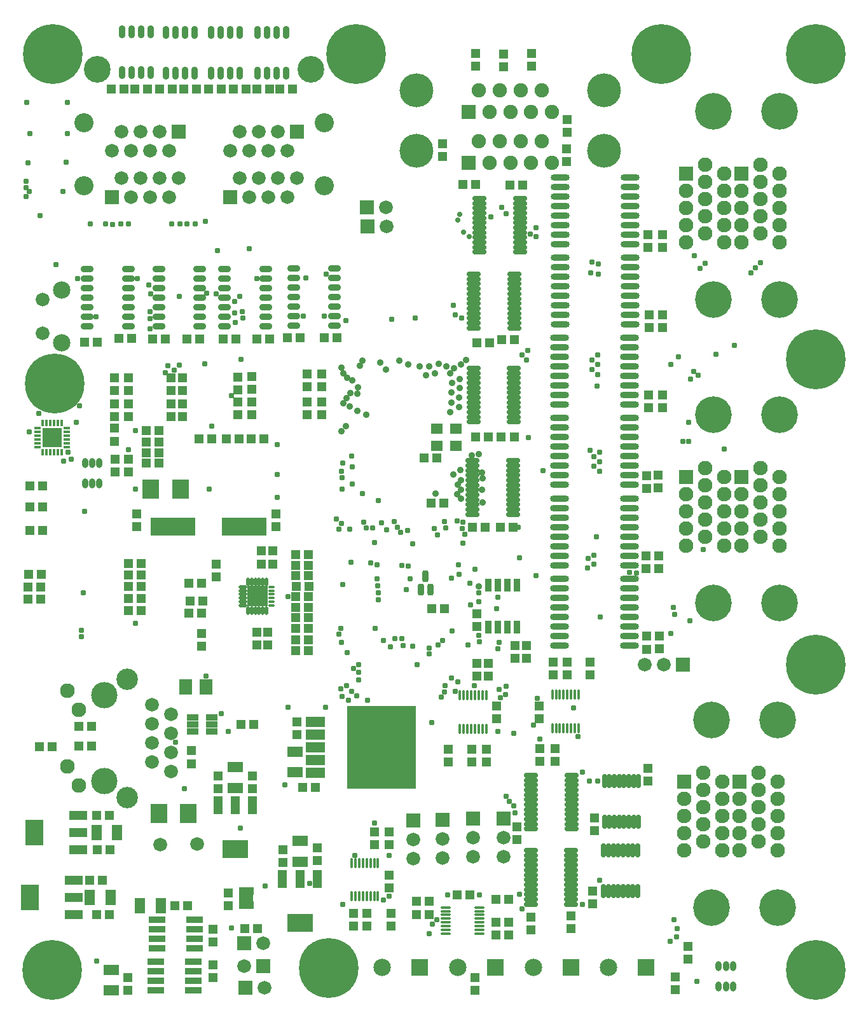
<source format=gbs>
G04*
G04 #@! TF.GenerationSoftware,Altium Limited,Altium Designer,20.1.8 (145)*
G04*
G04 Layer_Color=16711935*
%FSLAX25Y25*%
%MOIN*%
G70*
G04*
G04 #@! TF.SameCoordinates,B2AC8D30-3016-4A67-80AC-21C0F90DA472*
G04*
G04*
G04 #@! TF.FilePolarity,Negative*
G04*
G01*
G75*
%ADD19R,0.04940X0.04940*%
%ADD20R,0.04940X0.04940*%
%ADD27R,0.05728X0.07893*%
%ADD30R,0.07893X0.05728*%
%ADD31O,0.07499X0.02775*%
%ADD32O,0.03562X0.06909*%
%ADD40O,0.03562X0.05137*%
%ADD52C,0.09074*%
%ADD53R,0.09074X0.09074*%
%ADD54C,0.17735*%
%ADD55C,0.07200*%
%ADD56R,0.07200X0.07200*%
%ADD57R,0.07200X0.07200*%
%ADD58C,0.07600*%
%ADD59R,0.07600X0.07600*%
%ADD60C,0.19200*%
%ADD61C,0.07700*%
%ADD62C,0.13800*%
%ADD63C,0.11200*%
%ADD64C,0.13995*%
%ADD65C,0.10058*%
%ADD66C,0.07499*%
%ADD67R,0.07499X0.07499*%
%ADD68C,0.04200*%
%ADD69C,0.31200*%
%ADD70C,0.03100*%
%ADD71C,0.03600*%
%ADD72C,0.02900*%
%ADD73C,0.03169*%
%ADD158R,0.06712X0.08365*%
%ADD159R,0.08700X0.10200*%
%ADD160R,0.08956X0.03562*%
%ADD161O,0.02184X0.04547*%
%ADD162O,0.03747X0.01384*%
%ADD163O,0.04547X0.02184*%
%ADD164R,0.11043X0.11043*%
%ADD165R,0.05924X0.03562*%
G04:AMPARAMS|DCode=166|XSize=62.79mil|YSize=31.69mil|CornerRadius=10.92mil|HoleSize=0mil|Usage=FLASHONLY|Rotation=90.000|XOffset=0mil|YOffset=0mil|HoleType=Round|Shape=RoundedRectangle|*
%AMROUNDEDRECTD166*
21,1,0.06279,0.00984,0,0,90.0*
21,1,0.04095,0.03169,0,0,90.0*
1,1,0.02184,0.00492,0.02047*
1,1,0.02184,0.00492,-0.02047*
1,1,0.02184,-0.00492,-0.02047*
1,1,0.02184,-0.00492,0.02047*
%
%ADD166ROUNDEDRECTD166*%
%ADD167R,0.05900X0.05500*%
%ADD168R,0.07499X0.03916*%
%ADD169R,0.02381X0.04350*%
%ADD170R,0.10200X0.05400*%
%ADD171R,0.36200X0.43200*%
%ADD172R,0.04743X0.09665*%
%ADD173R,0.13798X0.09665*%
%ADD174O,0.01400X0.05715*%
%ADD175O,0.05715X0.01400*%
%ADD176O,0.06909X0.03562*%
%ADD177O,0.03740X0.01575*%
%ADD178O,0.01575X0.03740*%
%ADD179R,0.10236X0.10236*%
%ADD180R,0.09665X0.13798*%
%ADD181R,0.09665X0.04743*%
%ADD182R,0.23247X0.09468*%
%ADD183R,0.03300X0.06800*%
%ADD184O,0.09861X0.03562*%
%ADD185O,0.02775X0.07499*%
D19*
X252853Y565600D02*
D03*
X259546D02*
D03*
X240854D02*
D03*
X247547D02*
D03*
X244847Y382500D02*
D03*
X238154D02*
D03*
X224920D02*
D03*
X231613D02*
D03*
X217446D02*
D03*
X210753D02*
D03*
X182941Y386800D02*
D03*
X189634D02*
D03*
X182941Y369595D02*
D03*
X189634D02*
D03*
Y380695D02*
D03*
X182941D02*
D03*
X212047Y291000D02*
D03*
X205353D02*
D03*
X212834Y297232D02*
D03*
X206141D02*
D03*
X212047Y306800D02*
D03*
X205353D02*
D03*
X268146Y316075D02*
D03*
X261454D02*
D03*
X268146Y321675D02*
D03*
X261454D02*
D03*
X268259Y305000D02*
D03*
X261566D02*
D03*
X268146Y288600D02*
D03*
X261454D02*
D03*
X268146Y282900D02*
D03*
X261454D02*
D03*
X268146Y277200D02*
D03*
X261454D02*
D03*
Y271500D02*
D03*
X268146D02*
D03*
Y294200D02*
D03*
X261454D02*
D03*
X268146Y310700D02*
D03*
X261454D02*
D03*
X239347Y232800D02*
D03*
X232653D02*
D03*
X268146Y299700D02*
D03*
X261454D02*
D03*
X147653Y221300D02*
D03*
X154347D02*
D03*
X147653Y231800D02*
D03*
X154347D02*
D03*
X133647Y221200D02*
D03*
X126953D02*
D03*
X339347Y293500D02*
D03*
X332653D02*
D03*
X328753Y372300D02*
D03*
X335447D02*
D03*
X241247Y125800D02*
D03*
X234554D02*
D03*
X265107Y199600D02*
D03*
X271800D02*
D03*
X156933Y185055D02*
D03*
X163626D02*
D03*
X345853Y143400D02*
D03*
X352547D02*
D03*
X373134Y141084D02*
D03*
X366441D02*
D03*
X324553Y132900D02*
D03*
X331246D02*
D03*
X324553Y139975D02*
D03*
X331246D02*
D03*
X373134Y128963D02*
D03*
X366441D02*
D03*
Y122384D02*
D03*
X373134D02*
D03*
X189634Y375200D02*
D03*
X182941D02*
D03*
X222446Y565600D02*
D03*
X215754D02*
D03*
X256997Y435500D02*
D03*
X263690D02*
D03*
X164118Y166945D02*
D03*
X157425D02*
D03*
X373753Y515500D02*
D03*
X380447D02*
D03*
X355646Y515700D02*
D03*
X348954D02*
D03*
X160067Y151055D02*
D03*
X153374D02*
D03*
X163709Y132945D02*
D03*
X157016D02*
D03*
X173641Y298800D02*
D03*
X180334D02*
D03*
X173641Y310900D02*
D03*
X180334D02*
D03*
X173641Y292500D02*
D03*
X180334D02*
D03*
X173641Y317200D02*
D03*
X180334D02*
D03*
Y305000D02*
D03*
X173641D02*
D03*
X128559Y334500D02*
D03*
X121866D02*
D03*
X128559Y346700D02*
D03*
X121866D02*
D03*
X128572Y357722D02*
D03*
X121879D02*
D03*
X121054Y298400D02*
D03*
X127746D02*
D03*
X121254Y311300D02*
D03*
X127946D02*
D03*
X121066Y304700D02*
D03*
X127759D02*
D03*
X204546Y137600D02*
D03*
X197854D02*
D03*
X369337Y434275D02*
D03*
X376030D02*
D03*
X356353Y432800D02*
D03*
X363047D02*
D03*
X332341Y348775D02*
D03*
X339034D02*
D03*
X362359Y383400D02*
D03*
X355666D02*
D03*
X375859D02*
D03*
X369166D02*
D03*
X360833Y335975D02*
D03*
X354140D02*
D03*
X375400D02*
D03*
X368707D02*
D03*
X168553Y435200D02*
D03*
X175247D02*
D03*
X204453Y434721D02*
D03*
X211146D02*
D03*
X150753Y433100D02*
D03*
X157447D02*
D03*
X186225Y434721D02*
D03*
X192918D02*
D03*
X230133Y434700D02*
D03*
X223440D02*
D03*
X247547D02*
D03*
X240854D02*
D03*
X282946Y435500D02*
D03*
X276254D02*
D03*
X171247Y565600D02*
D03*
X164553D02*
D03*
X202554D02*
D03*
X209246D02*
D03*
X228554D02*
D03*
X235246D02*
D03*
X190053D02*
D03*
X196747D02*
D03*
X177053D02*
D03*
X183747D02*
D03*
D20*
X405800Y125854D02*
D03*
Y132546D02*
D03*
X250900Y336454D02*
D03*
Y343146D02*
D03*
X246800Y274254D02*
D03*
Y280946D02*
D03*
X240863D02*
D03*
Y274254D02*
D03*
X212047Y273604D02*
D03*
Y280296D02*
D03*
X219800Y310053D02*
D03*
Y316746D02*
D03*
X206654Y212195D02*
D03*
Y218888D02*
D03*
X356200Y290724D02*
D03*
Y284032D02*
D03*
X226100Y137554D02*
D03*
Y144246D02*
D03*
X262000Y234146D02*
D03*
Y227453D02*
D03*
X254800Y160453D02*
D03*
Y167147D02*
D03*
X272628Y161241D02*
D03*
Y167934D02*
D03*
X220618Y205859D02*
D03*
Y199166D02*
D03*
X388935Y242247D02*
D03*
Y235554D02*
D03*
X366568Y242547D02*
D03*
Y235854D02*
D03*
X310200Y153847D02*
D03*
Y147153D02*
D03*
X195875Y394066D02*
D03*
Y400759D02*
D03*
X201875Y394066D02*
D03*
Y400759D02*
D03*
X195875Y407566D02*
D03*
Y414259D02*
D03*
X201875D02*
D03*
Y407566D02*
D03*
X267400Y416434D02*
D03*
Y409741D02*
D03*
X274900Y416434D02*
D03*
Y409741D02*
D03*
Y401780D02*
D03*
Y395087D02*
D03*
X267400D02*
D03*
Y401780D02*
D03*
X238300Y395041D02*
D03*
Y401734D02*
D03*
X231000Y395041D02*
D03*
Y401734D02*
D03*
X173775Y394141D02*
D03*
Y400834D02*
D03*
X166275Y414546D02*
D03*
Y407854D02*
D03*
Y394141D02*
D03*
Y400834D02*
D03*
X173775Y414546D02*
D03*
Y407854D02*
D03*
X231100Y414834D02*
D03*
Y408141D02*
D03*
X238200Y414934D02*
D03*
Y408241D02*
D03*
X338500Y537147D02*
D03*
Y530453D02*
D03*
X177900Y343146D02*
D03*
Y336454D02*
D03*
X243365Y316869D02*
D03*
Y323562D02*
D03*
X249468Y316869D02*
D03*
Y323562D02*
D03*
X166275Y381207D02*
D03*
Y387900D02*
D03*
X166800Y371659D02*
D03*
Y364966D02*
D03*
X173800Y371659D02*
D03*
Y364966D02*
D03*
X218100Y100054D02*
D03*
Y106746D02*
D03*
Y125446D02*
D03*
Y118754D02*
D03*
X173400Y93353D02*
D03*
Y100047D02*
D03*
X376200Y267354D02*
D03*
Y274046D02*
D03*
X382200Y267354D02*
D03*
Y274046D02*
D03*
X445900Y482553D02*
D03*
Y489247D02*
D03*
X451800Y314253D02*
D03*
Y320947D02*
D03*
X445100Y314253D02*
D03*
Y320947D02*
D03*
X453800Y482553D02*
D03*
Y489247D02*
D03*
X466900Y116446D02*
D03*
Y109754D02*
D03*
X355200Y99946D02*
D03*
Y93253D02*
D03*
X460300Y100347D02*
D03*
Y93654D02*
D03*
X453600Y447346D02*
D03*
Y440654D02*
D03*
X445300Y363146D02*
D03*
Y356453D02*
D03*
Y278900D02*
D03*
Y272207D02*
D03*
X451400Y363246D02*
D03*
Y356554D02*
D03*
X452000Y279034D02*
D03*
Y272341D02*
D03*
X446200Y405346D02*
D03*
Y398654D02*
D03*
X453700Y405346D02*
D03*
Y398654D02*
D03*
X446600Y447359D02*
D03*
Y440666D02*
D03*
X418125Y177138D02*
D03*
Y183831D02*
D03*
X377500Y179147D02*
D03*
Y172453D02*
D03*
X384570Y131759D02*
D03*
Y125066D02*
D03*
X417100Y145259D02*
D03*
Y138566D02*
D03*
X446000Y203153D02*
D03*
Y209846D02*
D03*
X302521Y169853D02*
D03*
Y176547D02*
D03*
X291700Y127041D02*
D03*
Y133734D02*
D03*
X298584D02*
D03*
Y127041D02*
D03*
X396207Y258753D02*
D03*
Y265446D02*
D03*
X361190Y219634D02*
D03*
Y212941D02*
D03*
X389400Y220159D02*
D03*
Y213466D02*
D03*
X362200Y258166D02*
D03*
Y264859D02*
D03*
X311312Y133734D02*
D03*
Y127041D02*
D03*
X310200Y169853D02*
D03*
Y176547D02*
D03*
X397274Y220159D02*
D03*
Y213466D02*
D03*
X356294Y258166D02*
D03*
Y264859D02*
D03*
X415700Y265446D02*
D03*
Y258753D02*
D03*
X341200Y212941D02*
D03*
Y219634D02*
D03*
X403784Y258753D02*
D03*
Y265446D02*
D03*
X353616Y219634D02*
D03*
Y212941D02*
D03*
X238728Y199166D02*
D03*
Y205859D02*
D03*
X385100Y577654D02*
D03*
Y584346D02*
D03*
X370200Y584146D02*
D03*
Y577454D02*
D03*
X355800Y584446D02*
D03*
Y577753D02*
D03*
X403346Y527654D02*
D03*
Y534346D02*
D03*
X403600Y549647D02*
D03*
Y542953D02*
D03*
D27*
X167760Y176000D02*
D03*
X156933D02*
D03*
X164201Y142000D02*
D03*
X153374D02*
D03*
X190613Y137600D02*
D03*
X179787D02*
D03*
D30*
X261000Y218413D02*
D03*
Y207587D02*
D03*
X263573Y171580D02*
D03*
Y160753D02*
D03*
X164800Y93387D02*
D03*
Y104213D02*
D03*
X229673Y210288D02*
D03*
Y199461D02*
D03*
D31*
X378930Y508375D02*
D03*
Y505816D02*
D03*
Y503257D02*
D03*
Y500698D02*
D03*
Y498139D02*
D03*
Y495579D02*
D03*
Y493020D02*
D03*
Y490461D02*
D03*
Y487902D02*
D03*
Y485343D02*
D03*
Y482784D02*
D03*
Y480225D02*
D03*
X357670Y508375D02*
D03*
Y505816D02*
D03*
Y503257D02*
D03*
Y500698D02*
D03*
Y498139D02*
D03*
Y495579D02*
D03*
Y493020D02*
D03*
Y490461D02*
D03*
Y487902D02*
D03*
Y485343D02*
D03*
Y482784D02*
D03*
Y480225D02*
D03*
X376030Y468675D02*
D03*
Y466116D02*
D03*
Y463557D02*
D03*
Y460998D02*
D03*
Y458439D02*
D03*
Y455879D02*
D03*
Y453321D02*
D03*
Y450761D02*
D03*
Y448202D02*
D03*
Y445643D02*
D03*
Y443084D02*
D03*
Y440525D02*
D03*
X354770Y468675D02*
D03*
Y466116D02*
D03*
Y463557D02*
D03*
Y460998D02*
D03*
Y458439D02*
D03*
Y455879D02*
D03*
Y453321D02*
D03*
Y450761D02*
D03*
Y448202D02*
D03*
Y445643D02*
D03*
Y443084D02*
D03*
Y440525D02*
D03*
X354570Y391225D02*
D03*
Y393784D02*
D03*
Y396343D02*
D03*
Y398902D02*
D03*
Y401461D02*
D03*
Y404021D02*
D03*
Y406579D02*
D03*
Y409139D02*
D03*
Y411698D02*
D03*
Y414257D02*
D03*
Y416816D02*
D03*
Y419375D02*
D03*
X375830Y391225D02*
D03*
Y393784D02*
D03*
Y396343D02*
D03*
Y398902D02*
D03*
Y401461D02*
D03*
Y404021D02*
D03*
Y406579D02*
D03*
Y409139D02*
D03*
Y411698D02*
D03*
Y414257D02*
D03*
Y416816D02*
D03*
Y419375D02*
D03*
X354140Y342810D02*
D03*
Y345369D02*
D03*
Y347928D02*
D03*
Y350487D02*
D03*
Y353046D02*
D03*
Y355605D02*
D03*
Y358164D02*
D03*
Y360723D02*
D03*
Y363282D02*
D03*
Y365841D02*
D03*
Y368400D02*
D03*
Y370959D02*
D03*
X375400Y342810D02*
D03*
Y345369D02*
D03*
Y347928D02*
D03*
Y350487D02*
D03*
Y353046D02*
D03*
Y355605D02*
D03*
Y358164D02*
D03*
Y360723D02*
D03*
Y363282D02*
D03*
Y365841D02*
D03*
Y368400D02*
D03*
Y370959D02*
D03*
X384670Y177925D02*
D03*
Y180484D02*
D03*
Y183043D02*
D03*
Y185602D02*
D03*
Y188161D02*
D03*
Y190720D02*
D03*
Y193280D02*
D03*
Y195839D02*
D03*
Y198398D02*
D03*
Y200957D02*
D03*
Y203516D02*
D03*
Y206075D02*
D03*
X405930Y177925D02*
D03*
Y180484D02*
D03*
Y183043D02*
D03*
Y185602D02*
D03*
Y188161D02*
D03*
Y190720D02*
D03*
Y193280D02*
D03*
Y195839D02*
D03*
Y198398D02*
D03*
Y200957D02*
D03*
Y203516D02*
D03*
Y206075D02*
D03*
X384570Y138525D02*
D03*
Y141084D02*
D03*
Y143643D02*
D03*
Y146202D02*
D03*
Y148761D02*
D03*
Y151321D02*
D03*
Y153879D02*
D03*
Y156439D02*
D03*
Y158998D02*
D03*
Y161557D02*
D03*
Y164116D02*
D03*
Y166675D02*
D03*
X405830Y138525D02*
D03*
Y141084D02*
D03*
Y143643D02*
D03*
Y146202D02*
D03*
Y148761D02*
D03*
Y151321D02*
D03*
Y153879D02*
D03*
Y156439D02*
D03*
Y158998D02*
D03*
Y161557D02*
D03*
Y164116D02*
D03*
Y166675D02*
D03*
D32*
X170400Y595728D02*
D03*
X175400D02*
D03*
X180400D02*
D03*
X185400D02*
D03*
X170400Y574272D02*
D03*
X175400D02*
D03*
X180400D02*
D03*
X185400D02*
D03*
X256200Y574072D02*
D03*
X251200D02*
D03*
X246200D02*
D03*
X241200D02*
D03*
X256200Y595528D02*
D03*
X251200D02*
D03*
X246200D02*
D03*
X241200D02*
D03*
X193400D02*
D03*
X198400D02*
D03*
X203400D02*
D03*
X208400D02*
D03*
X193400Y574072D02*
D03*
X198400D02*
D03*
X203400D02*
D03*
X208400D02*
D03*
X216900Y595528D02*
D03*
X221900D02*
D03*
X226900D02*
D03*
X231900D02*
D03*
X216900Y574072D02*
D03*
X221900D02*
D03*
X226900D02*
D03*
X231900D02*
D03*
D40*
X158501Y358958D02*
D03*
X154761D02*
D03*
X151021D02*
D03*
X158501Y369587D02*
D03*
X154761D02*
D03*
X151021D02*
D03*
X490640Y95385D02*
D03*
X486900D02*
D03*
X483160D02*
D03*
X490640Y106015D02*
D03*
X486900D02*
D03*
X483160D02*
D03*
D52*
X425400Y105400D02*
D03*
X385915D02*
D03*
X346400D02*
D03*
X138603Y460399D02*
D03*
Y432801D02*
D03*
X306815Y105400D02*
D03*
D53*
X445085D02*
D03*
X405600D02*
D03*
X366085D02*
D03*
X326500D02*
D03*
D54*
X324646Y565000D02*
D03*
X423071Y533504D02*
D03*
X324646D02*
D03*
X423071Y565000D02*
D03*
D55*
X338200Y162700D02*
D03*
Y172700D02*
D03*
X323000Y162300D02*
D03*
Y172300D02*
D03*
X354500Y163300D02*
D03*
Y173300D02*
D03*
X370200Y163300D02*
D03*
Y173300D02*
D03*
X444500Y263900D02*
D03*
X454500D02*
D03*
X244500Y118200D02*
D03*
X186000Y243000D02*
D03*
Y233000D02*
D03*
Y223000D02*
D03*
Y213000D02*
D03*
X196000Y208000D02*
D03*
Y218000D02*
D03*
Y228000D02*
D03*
Y238000D02*
D03*
X234400Y105900D02*
D03*
X175000Y509000D02*
D03*
X185000D02*
D03*
X195000D02*
D03*
X200000Y519000D02*
D03*
X190000D02*
D03*
X180000D02*
D03*
X170000D02*
D03*
Y543500D02*
D03*
X180000D02*
D03*
X190000D02*
D03*
X165000Y533500D02*
D03*
X195000D02*
D03*
X185000D02*
D03*
X175000D02*
D03*
X237000Y509000D02*
D03*
X247000D02*
D03*
X257000D02*
D03*
X262000Y519000D02*
D03*
X252000D02*
D03*
X242000D02*
D03*
X232000D02*
D03*
Y543500D02*
D03*
X242000D02*
D03*
X252000D02*
D03*
X257000Y533500D02*
D03*
X247000D02*
D03*
X227000D02*
D03*
X237000D02*
D03*
X209800Y170100D02*
D03*
X190500Y169800D02*
D03*
X128800Y455458D02*
D03*
Y437742D02*
D03*
X244900Y94800D02*
D03*
X308800Y503700D02*
D03*
X308900Y493600D02*
D03*
D56*
X338200Y182700D02*
D03*
X323000Y182300D02*
D03*
X354500Y183300D02*
D03*
X370200D02*
D03*
D57*
X464500Y263900D02*
D03*
X234500Y118200D02*
D03*
X244400Y105900D02*
D03*
X165000Y509000D02*
D03*
X200000Y543500D02*
D03*
X227000Y509000D02*
D03*
X262000Y543500D02*
D03*
X234900Y94800D02*
D03*
X298800Y503700D02*
D03*
X298900Y493600D02*
D03*
D58*
X505000Y331000D02*
D03*
Y349000D02*
D03*
Y340000D02*
D03*
Y358000D02*
D03*
Y367000D02*
D03*
X495000Y335500D02*
D03*
Y344500D02*
D03*
Y353500D02*
D03*
Y326500D02*
D03*
X515000D02*
D03*
Y353500D02*
D03*
Y362500D02*
D03*
Y344500D02*
D03*
Y335500D02*
D03*
X486000D02*
D03*
Y344500D02*
D03*
Y362500D02*
D03*
Y353500D02*
D03*
Y326500D02*
D03*
X466000D02*
D03*
Y353500D02*
D03*
Y344500D02*
D03*
Y335500D02*
D03*
X476000Y367000D02*
D03*
Y358000D02*
D03*
Y340000D02*
D03*
Y349000D02*
D03*
Y331000D02*
D03*
X504000Y171300D02*
D03*
Y189300D02*
D03*
Y180300D02*
D03*
Y198300D02*
D03*
Y207300D02*
D03*
X494000Y175800D02*
D03*
Y184800D02*
D03*
Y193800D02*
D03*
Y166800D02*
D03*
X514000D02*
D03*
Y193800D02*
D03*
Y202800D02*
D03*
Y184800D02*
D03*
Y175800D02*
D03*
X485000D02*
D03*
Y184800D02*
D03*
Y202800D02*
D03*
Y193800D02*
D03*
Y166800D02*
D03*
X465000D02*
D03*
Y193800D02*
D03*
Y184800D02*
D03*
Y175800D02*
D03*
X475000Y207300D02*
D03*
Y198300D02*
D03*
Y180300D02*
D03*
Y189300D02*
D03*
Y171300D02*
D03*
X505000Y490000D02*
D03*
Y508000D02*
D03*
Y499000D02*
D03*
Y517000D02*
D03*
Y526000D02*
D03*
X495000Y494500D02*
D03*
Y503500D02*
D03*
Y512500D02*
D03*
Y485500D02*
D03*
X515000D02*
D03*
Y512500D02*
D03*
Y521500D02*
D03*
Y503500D02*
D03*
Y494500D02*
D03*
X486000D02*
D03*
Y503500D02*
D03*
Y521500D02*
D03*
Y512500D02*
D03*
Y485500D02*
D03*
X466000D02*
D03*
Y512500D02*
D03*
Y503500D02*
D03*
Y494500D02*
D03*
X476000Y526000D02*
D03*
Y517000D02*
D03*
Y499000D02*
D03*
Y508000D02*
D03*
Y490000D02*
D03*
D59*
X495000Y362500D02*
D03*
X466000D02*
D03*
X494000Y202800D02*
D03*
X465000D02*
D03*
X495000Y521500D02*
D03*
X466000D02*
D03*
D60*
X480354Y394900D02*
D03*
X515000D02*
D03*
Y296500D02*
D03*
X480354D02*
D03*
X479354Y235200D02*
D03*
X514000D02*
D03*
Y136800D02*
D03*
X479354D02*
D03*
X480354Y553900D02*
D03*
X515000D02*
D03*
Y455500D02*
D03*
X480354D02*
D03*
D61*
X147700Y240400D02*
D03*
X141700Y250400D02*
D03*
X147700Y200600D02*
D03*
X141700Y210600D02*
D03*
D62*
X161000Y203000D02*
D03*
Y248000D02*
D03*
D63*
X173000Y256500D02*
D03*
Y194500D02*
D03*
D64*
X157500Y576000D02*
D03*
X269500D02*
D03*
D65*
X276500Y515000D02*
D03*
Y548000D02*
D03*
X150500D02*
D03*
Y515000D02*
D03*
D66*
X368406Y538386D02*
D03*
X357500D02*
D03*
X379311D02*
D03*
X390216D02*
D03*
X395669Y527205D02*
D03*
X384764D02*
D03*
X362953D02*
D03*
X373858D02*
D03*
Y553819D02*
D03*
X362953D02*
D03*
X384764D02*
D03*
X395669D02*
D03*
X390216Y565000D02*
D03*
X379311D02*
D03*
X357500D02*
D03*
X368406D02*
D03*
D67*
X352047Y527205D02*
D03*
Y553819D02*
D03*
D68*
X143642Y110005D02*
D03*
X139706Y94257D02*
D03*
X123958Y98194D02*
D03*
X139706Y113943D02*
D03*
X143642Y98194D02*
D03*
X127894Y94257D02*
D03*
Y113943D02*
D03*
X123958Y110005D02*
D03*
X122550Y104100D02*
D03*
X133800Y92850D02*
D03*
X145050Y104100D02*
D03*
X133800Y115350D02*
D03*
X543843Y270106D02*
D03*
X539906Y254358D02*
D03*
X524157Y258295D02*
D03*
X539906Y274043D02*
D03*
X543843Y258295D02*
D03*
X528094Y254358D02*
D03*
Y274043D02*
D03*
X524157Y270106D02*
D03*
X522750Y264200D02*
D03*
X534000Y252950D02*
D03*
X545250Y264200D02*
D03*
X534000Y275450D02*
D03*
X293000Y595250D02*
D03*
X304250Y584000D02*
D03*
X293000Y572750D02*
D03*
X281750Y584000D02*
D03*
X283157Y589906D02*
D03*
X287094Y593843D02*
D03*
Y574157D02*
D03*
X302842Y578094D02*
D03*
X298905Y593843D02*
D03*
X283157Y578094D02*
D03*
X298905Y574157D02*
D03*
X302842Y589906D02*
D03*
X278700Y116150D02*
D03*
X289950Y104900D02*
D03*
X278700Y93650D02*
D03*
X267450Y104900D02*
D03*
X268858Y110805D02*
D03*
X272795Y114743D02*
D03*
Y95057D02*
D03*
X288543Y98994D02*
D03*
X284606Y114743D02*
D03*
X268858Y98994D02*
D03*
X284606Y95057D02*
D03*
X288543Y110805D02*
D03*
X534000Y115450D02*
D03*
X545250Y104200D02*
D03*
X534000Y92950D02*
D03*
X522750Y104200D02*
D03*
X524157Y110106D02*
D03*
X528094Y114042D02*
D03*
Y94358D02*
D03*
X543843Y98295D02*
D03*
X539906Y114042D02*
D03*
X524157Y98295D02*
D03*
X539906Y94358D02*
D03*
X543843Y110106D02*
D03*
X144843Y417406D02*
D03*
X140905Y401657D02*
D03*
X125157Y405594D02*
D03*
X140905Y421343D02*
D03*
X144843Y405594D02*
D03*
X129095Y401657D02*
D03*
Y421343D02*
D03*
X125157Y417406D02*
D03*
X123750Y411500D02*
D03*
X135000Y400250D02*
D03*
X146250Y411500D02*
D03*
X135000Y422750D02*
D03*
X143842Y589906D02*
D03*
X139906Y574157D02*
D03*
X124158Y578094D02*
D03*
X139906Y593843D02*
D03*
X143842Y578094D02*
D03*
X128094Y574157D02*
D03*
Y593843D02*
D03*
X124158Y589906D02*
D03*
X122750Y584000D02*
D03*
X134000Y572750D02*
D03*
X145250Y584000D02*
D03*
X134000Y595250D02*
D03*
X462843Y589906D02*
D03*
X458906Y574157D02*
D03*
X443157Y578094D02*
D03*
X458906Y593843D02*
D03*
X462843Y578094D02*
D03*
X447094Y574157D02*
D03*
Y593843D02*
D03*
X443157Y589906D02*
D03*
X441750Y584000D02*
D03*
X453000Y572750D02*
D03*
X464250Y584000D02*
D03*
X453000Y595250D02*
D03*
X543843Y430105D02*
D03*
X539906Y414358D02*
D03*
X524157Y418294D02*
D03*
X539906Y434043D02*
D03*
X543843Y418294D02*
D03*
X528094Y414358D02*
D03*
Y434043D02*
D03*
X524157Y430105D02*
D03*
X522750Y424200D02*
D03*
X534000Y412950D02*
D03*
X545250Y424200D02*
D03*
X534000Y435450D02*
D03*
X543937Y590063D02*
D03*
X540000Y574315D02*
D03*
X524252Y578252D02*
D03*
X540000Y594000D02*
D03*
X543937Y578252D02*
D03*
X528189Y574315D02*
D03*
Y594000D02*
D03*
X524252Y590063D02*
D03*
X522845Y584158D02*
D03*
X534094Y572907D02*
D03*
X545344Y584158D02*
D03*
X534094Y595407D02*
D03*
D69*
X133800Y104100D02*
D03*
X534000Y264200D02*
D03*
X293000Y584000D02*
D03*
X278700Y104900D02*
D03*
X534000Y104200D02*
D03*
X135000Y411500D02*
D03*
X134000Y584000D02*
D03*
X453000D02*
D03*
X534000Y424200D02*
D03*
X534094Y584158D02*
D03*
D70*
X214354Y258200D02*
D03*
X198500Y223289D02*
D03*
X348300Y445583D02*
D03*
X344000Y452500D02*
D03*
X345100Y447400D02*
D03*
X461389Y125577D02*
D03*
X459695Y130383D02*
D03*
X120000Y509247D02*
D03*
Y514000D02*
D03*
X120000Y517500D02*
D03*
X127400Y499500D02*
D03*
X383396Y382929D02*
D03*
X277500Y468700D02*
D03*
X294309Y256086D02*
D03*
X287998Y253000D02*
D03*
X294500Y260000D02*
D03*
X291739Y261991D02*
D03*
X294400Y264100D02*
D03*
X288456Y270297D02*
D03*
X378100Y335975D02*
D03*
X382257Y423873D02*
D03*
X379858Y426325D02*
D03*
X121623Y385931D02*
D03*
X149100Y282013D02*
D03*
Y278813D02*
D03*
X268600Y149400D02*
D03*
X257515Y299700D02*
D03*
X255800Y201175D02*
D03*
X226000Y229060D02*
D03*
X222500Y238509D02*
D03*
X306513Y338239D02*
D03*
X308940Y334667D02*
D03*
X313081Y339119D02*
D03*
X316485Y333341D02*
D03*
X302807Y327971D02*
D03*
X304000Y316500D02*
D03*
X317000Y316000D02*
D03*
X320408Y315857D02*
D03*
X322535Y327436D02*
D03*
X300658Y317303D02*
D03*
X349151Y338651D02*
D03*
X346000Y339500D02*
D03*
X339400Y339113D02*
D03*
X340009Y335590D02*
D03*
X348581Y335455D02*
D03*
X355321Y314172D02*
D03*
X346822Y316372D02*
D03*
X324153Y445833D02*
D03*
X311850Y445000D02*
D03*
X229793Y443284D02*
D03*
X233695Y445605D02*
D03*
X229200Y454400D02*
D03*
X337643Y247005D02*
D03*
X339200Y249800D02*
D03*
X345000Y250094D02*
D03*
X343116Y257000D02*
D03*
X346394Y255117D02*
D03*
X204200Y495100D02*
D03*
X208600D02*
D03*
X214000Y496452D02*
D03*
X178500Y466500D02*
D03*
X165463Y494663D02*
D03*
X491454Y431325D02*
D03*
X343116Y309235D02*
D03*
X347054Y311273D02*
D03*
X357408Y279476D02*
D03*
X357600Y276002D02*
D03*
X368651Y246572D02*
D03*
X380000Y136065D02*
D03*
X287650Y444477D02*
D03*
X349022Y327600D02*
D03*
X350051Y332400D02*
D03*
X471600Y98100D02*
D03*
X378711Y320000D02*
D03*
X277000Y241563D02*
D03*
X310200Y164133D02*
D03*
X389400Y225051D02*
D03*
X126820Y395779D02*
D03*
X173775Y376775D02*
D03*
X150546Y344475D02*
D03*
X148003Y399675D02*
D03*
X390938Y365609D02*
D03*
X156601Y446300D02*
D03*
X146250Y390900D02*
D03*
X135600Y473604D02*
D03*
X375700Y228200D02*
D03*
X407000Y241500D02*
D03*
X383000Y428725D02*
D03*
X307415Y140800D02*
D03*
X411577Y138525D02*
D03*
X420637Y150898D02*
D03*
X331353Y272864D02*
D03*
X336000Y274286D02*
D03*
X338500Y276700D02*
D03*
X233286Y448950D02*
D03*
X319495Y303330D02*
D03*
X321463Y308899D02*
D03*
X285600Y356083D02*
D03*
X320022Y334539D02*
D03*
X290996Y358700D02*
D03*
X304776Y350114D02*
D03*
X314850Y336092D02*
D03*
X335809Y331906D02*
D03*
X285248Y365357D02*
D03*
X296200Y353800D02*
D03*
X285726Y362084D02*
D03*
X286000Y369800D02*
D03*
X298200Y335600D02*
D03*
X296902Y338685D02*
D03*
X290776Y373463D02*
D03*
X290996Y367558D02*
D03*
X284105Y335134D02*
D03*
X289786D02*
D03*
X301778Y335600D02*
D03*
X282800Y340300D02*
D03*
X285304Y338100D02*
D03*
X334072Y335455D02*
D03*
X193170Y416898D02*
D03*
X387300Y488400D02*
D03*
X310427Y142640D02*
D03*
X220500Y480887D02*
D03*
X147000Y466300D02*
D03*
X121000Y527100D02*
D03*
X121900Y542300D02*
D03*
X121850Y512200D02*
D03*
X157100Y108800D02*
D03*
X232600Y424200D02*
D03*
X213682Y421675D02*
D03*
X332682Y233800D02*
D03*
X375600Y190000D02*
D03*
X371600Y195197D02*
D03*
X373495Y192507D02*
D03*
X386180Y232323D02*
D03*
X415302Y203130D02*
D03*
X411600Y207700D02*
D03*
X331246Y123200D02*
D03*
X333000Y128200D02*
D03*
X419800Y203130D02*
D03*
X376300Y186300D02*
D03*
X302521Y181149D02*
D03*
X177400Y285600D02*
D03*
X203000Y199200D02*
D03*
X324959Y263959D02*
D03*
X216068Y356166D02*
D03*
X257365Y241553D02*
D03*
X227829Y126003D02*
D03*
X217446Y389200D02*
D03*
X177500Y356166D02*
D03*
Y386800D02*
D03*
X290656Y249895D02*
D03*
X285177Y251282D02*
D03*
X289184Y245300D02*
D03*
X285847Y247500D02*
D03*
X371300Y248400D02*
D03*
X371600Y252800D02*
D03*
X352630Y306865D02*
D03*
X251700Y351810D02*
D03*
X143800Y371785D02*
D03*
X139678Y370725D02*
D03*
X461100Y121448D02*
D03*
X387200Y310700D02*
D03*
X231871Y456899D02*
D03*
X219607Y458363D02*
D03*
X214583Y458860D02*
D03*
X200200Y457200D02*
D03*
X237162Y481917D02*
D03*
X227600Y404900D02*
D03*
X251700Y363644D02*
D03*
X229268Y448527D02*
D03*
X184500Y463100D02*
D03*
X194200Y420600D02*
D03*
X197700Y418400D02*
D03*
X241099Y466500D02*
D03*
X276254Y446600D02*
D03*
X265190D02*
D03*
X266600Y466600D02*
D03*
X139371Y512200D02*
D03*
X140971Y527300D02*
D03*
X141625Y542300D02*
D03*
X153600Y495100D02*
D03*
X184853Y448900D02*
D03*
X185353Y458500D02*
D03*
X169600Y495100D02*
D03*
X173600D02*
D03*
X141625Y558700D02*
D03*
X464200Y381200D02*
D03*
X458000Y421282D02*
D03*
X462100Y425400D02*
D03*
X468100Y286900D02*
D03*
X302963Y283196D02*
D03*
X285101D02*
D03*
X284087Y280161D02*
D03*
X343500Y281676D02*
D03*
X285200Y275695D02*
D03*
X420000Y468780D02*
D03*
X419800Y421282D02*
D03*
X416700Y418723D02*
D03*
X419800Y426400D02*
D03*
Y416164D02*
D03*
X416700Y423841D02*
D03*
X417828Y368066D02*
D03*
X420607Y365287D02*
D03*
X420600Y370398D02*
D03*
X417600Y372957D02*
D03*
X436493Y312400D02*
D03*
X440100Y312000D02*
D03*
X476000Y474500D02*
D03*
X470300Y478500D02*
D03*
X473300Y471835D02*
D03*
X486000Y376900D02*
D03*
X467400Y381200D02*
D03*
X499874Y469518D02*
D03*
X469977Y417777D02*
D03*
X472400Y415600D02*
D03*
X467400Y390889D02*
D03*
X468500Y413605D02*
D03*
X481800Y426700D02*
D03*
X504928Y474572D02*
D03*
X502478Y472122D02*
D03*
X457900Y280271D02*
D03*
X459900Y290400D02*
D03*
X475169Y324404D02*
D03*
X307300Y276800D02*
D03*
X304598Y297917D02*
D03*
X286030Y306000D02*
D03*
X290290Y317879D02*
D03*
X304781Y301681D02*
D03*
X304100Y308899D02*
D03*
X304300Y305298D02*
D03*
X310900Y273475D02*
D03*
X459200Y293900D02*
D03*
X371658Y500400D02*
D03*
X363846Y498839D02*
D03*
X251700Y379400D02*
D03*
X317099Y277676D02*
D03*
X313300Y277700D02*
D03*
X317678Y274000D02*
D03*
X331200Y269600D02*
D03*
X299000Y245300D02*
D03*
X292447Y164133D02*
D03*
X293464Y247695D02*
D03*
X322700Y273700D02*
D03*
X367500Y272265D02*
D03*
Y299400D02*
D03*
X357408Y301593D02*
D03*
Y297193D02*
D03*
X366700Y293500D02*
D03*
X352959Y295456D02*
D03*
X367300Y228900D02*
D03*
X339600Y253000D02*
D03*
X457600Y119000D02*
D03*
X357600Y143400D02*
D03*
X351808Y274286D02*
D03*
X368068Y275771D02*
D03*
X387915Y246536D02*
D03*
X378800Y143643D02*
D03*
X368100Y250987D02*
D03*
X142180Y375252D02*
D03*
X414200Y314811D02*
D03*
X414552Y319852D02*
D03*
X417600Y321516D02*
D03*
X420600Y375516D02*
D03*
X415700Y376500D02*
D03*
X415924Y469391D02*
D03*
X232205Y178404D02*
D03*
X286100Y138221D02*
D03*
X245300Y148015D02*
D03*
X420000Y473898D02*
D03*
X416700Y475200D02*
D03*
X417600Y316757D02*
D03*
X421100Y288900D02*
D03*
X419000Y331000D02*
D03*
X419300Y409900D02*
D03*
X387400Y492911D02*
D03*
X384227Y489861D02*
D03*
X335302Y130500D02*
D03*
X354968Y253134D02*
D03*
X409200Y226261D02*
D03*
X341000Y143400D02*
D03*
X200300Y421187D02*
D03*
X200700Y495100D02*
D03*
X185001Y445253D02*
D03*
X184853Y440200D02*
D03*
X161700Y495100D02*
D03*
X196400D02*
D03*
X120300Y558700D02*
D03*
X149900Y301700D02*
D03*
X369300Y503800D02*
D03*
D71*
X359370Y349034D02*
D03*
X357308Y305005D02*
D03*
X348084Y351100D02*
D03*
X346065Y353319D02*
D03*
X353800Y373600D02*
D03*
X296486Y423400D02*
D03*
X315600D02*
D03*
X293600Y406200D02*
D03*
X286400Y401200D02*
D03*
X336403Y421600D02*
D03*
X305600Y422300D02*
D03*
X326429Y420272D02*
D03*
X359100Y355800D02*
D03*
X291123Y412900D02*
D03*
X288367Y414413D02*
D03*
X308713Y418875D02*
D03*
X289600Y399300D02*
D03*
X287600Y388900D02*
D03*
X342400Y416816D02*
D03*
X294933Y420707D02*
D03*
X285230Y419625D02*
D03*
X329700Y415776D02*
D03*
X359200Y361700D02*
D03*
X288166Y403830D02*
D03*
X320192Y421302D02*
D03*
X348083Y421219D02*
D03*
X331387Y420272D02*
D03*
X294093Y409427D02*
D03*
X289900Y406500D02*
D03*
X293721Y397085D02*
D03*
X334303Y416700D02*
D03*
X298500Y394985D02*
D03*
X344500Y419403D02*
D03*
X358936Y364688D02*
D03*
X350800Y423600D02*
D03*
X340209Y420272D02*
D03*
X357221Y374321D02*
D03*
X286511Y416770D02*
D03*
X285258Y386300D02*
D03*
X342500Y396300D02*
D03*
X334771Y353878D02*
D03*
X346217Y358376D02*
D03*
X348084Y355747D02*
D03*
X344146Y363620D02*
D03*
X348083Y360725D02*
D03*
X347600Y365900D02*
D03*
X343300Y411698D02*
D03*
X347100Y399054D02*
D03*
X342936Y401461D02*
D03*
X347100Y404000D02*
D03*
X342900Y406600D02*
D03*
X347253Y408896D02*
D03*
Y413798D02*
D03*
D72*
X352220Y488343D02*
D03*
X349253Y490740D02*
D03*
X347230Y499900D02*
D03*
X346429Y497000D02*
D03*
D73*
X239035Y302065D02*
D03*
Y297735D02*
D03*
X243365Y302065D02*
D03*
Y297735D02*
D03*
D158*
X214354Y252500D02*
D03*
X203646D02*
D03*
D159*
X205048Y186000D02*
D03*
X189552D02*
D03*
X185511Y356166D02*
D03*
X201007D02*
D03*
D160*
X207624Y93400D02*
D03*
Y98400D02*
D03*
Y103400D02*
D03*
Y108400D02*
D03*
X188176D02*
D03*
Y103400D02*
D03*
Y98400D02*
D03*
Y93400D02*
D03*
X188776Y115300D02*
D03*
Y120300D02*
D03*
Y125300D02*
D03*
Y130300D02*
D03*
X208224D02*
D03*
Y125300D02*
D03*
Y120300D02*
D03*
Y115300D02*
D03*
D161*
X236279Y307380D02*
D03*
X238247D02*
D03*
X240216D02*
D03*
X242184D02*
D03*
X244153D02*
D03*
X246121D02*
D03*
Y292420D02*
D03*
X244153D02*
D03*
X242184D02*
D03*
X240216D02*
D03*
X238247D02*
D03*
X236279D02*
D03*
D162*
X248680Y304821D02*
D03*
Y302853D02*
D03*
Y300884D02*
D03*
Y298916D02*
D03*
Y296947D02*
D03*
Y294979D02*
D03*
D163*
X233720D02*
D03*
Y296947D02*
D03*
Y298916D02*
D03*
Y300884D02*
D03*
Y302853D02*
D03*
Y304821D02*
D03*
D164*
X241200Y299900D02*
D03*
D165*
X217321Y229060D02*
D03*
Y232800D02*
D03*
Y236540D02*
D03*
X207479D02*
D03*
Y232800D02*
D03*
Y229060D02*
D03*
D166*
X332002Y303224D02*
D03*
X326884D02*
D03*
X329443Y310389D02*
D03*
D167*
X335500Y387800D02*
D03*
X345500D02*
D03*
Y378800D02*
D03*
X335500D02*
D03*
D168*
X235500Y141700D02*
D03*
D169*
X232547Y145421D02*
D03*
X234516D02*
D03*
X236484D02*
D03*
X238453D02*
D03*
X232547Y137979D02*
D03*
X234516D02*
D03*
X236484D02*
D03*
X238453D02*
D03*
D170*
X271800Y220700D02*
D03*
Y227400D02*
D03*
Y234100D02*
D03*
Y214000D02*
D03*
Y207300D02*
D03*
D171*
X306300Y220700D02*
D03*
D172*
X254518Y151879D02*
D03*
X263573D02*
D03*
X272628D02*
D03*
X220618Y190279D02*
D03*
X229673D02*
D03*
X238728D02*
D03*
D173*
X263573Y128847D02*
D03*
X229673Y167247D02*
D03*
D174*
X395910Y248287D02*
D03*
X397879D02*
D03*
X399847D02*
D03*
X401816D02*
D03*
X403784D02*
D03*
X405753D02*
D03*
X407721D02*
D03*
X409690D02*
D03*
X395910Y230768D02*
D03*
X397879D02*
D03*
X399847D02*
D03*
X401816D02*
D03*
X403784D02*
D03*
X405753D02*
D03*
X407721D02*
D03*
X409690D02*
D03*
X304490Y142640D02*
D03*
X302521D02*
D03*
X300553D02*
D03*
X298584D02*
D03*
X296616D02*
D03*
X294647D02*
D03*
X292679D02*
D03*
X290710D02*
D03*
X304490Y160160D02*
D03*
X302521D02*
D03*
X300553D02*
D03*
X298584D02*
D03*
X296616D02*
D03*
X294647D02*
D03*
X292679D02*
D03*
X290710D02*
D03*
X361190Y230440D02*
D03*
X359221D02*
D03*
X357253D02*
D03*
X355284D02*
D03*
X353316D02*
D03*
X351347D02*
D03*
X349379D02*
D03*
X347410D02*
D03*
X361190Y247960D02*
D03*
X359221D02*
D03*
X357253D02*
D03*
X355284D02*
D03*
X353316D02*
D03*
X351347D02*
D03*
X349379D02*
D03*
X347410D02*
D03*
D175*
X340080Y123057D02*
D03*
Y125026D02*
D03*
Y126995D02*
D03*
Y128963D02*
D03*
Y130931D02*
D03*
Y132900D02*
D03*
Y134869D02*
D03*
Y136837D02*
D03*
X357600Y123057D02*
D03*
Y125026D02*
D03*
Y126995D02*
D03*
Y128963D02*
D03*
Y130931D02*
D03*
Y132900D02*
D03*
Y134869D02*
D03*
Y136837D02*
D03*
D176*
X281800Y471600D02*
D03*
Y466600D02*
D03*
Y461600D02*
D03*
Y456600D02*
D03*
Y451600D02*
D03*
Y446600D02*
D03*
Y441600D02*
D03*
X260343Y471600D02*
D03*
Y466600D02*
D03*
Y461600D02*
D03*
Y456600D02*
D03*
Y451600D02*
D03*
Y446600D02*
D03*
Y441600D02*
D03*
X245528Y471500D02*
D03*
Y466500D02*
D03*
Y461500D02*
D03*
Y456500D02*
D03*
Y451500D02*
D03*
Y446500D02*
D03*
Y441500D02*
D03*
X224072Y471500D02*
D03*
Y466500D02*
D03*
Y461500D02*
D03*
Y456500D02*
D03*
Y451500D02*
D03*
Y446500D02*
D03*
Y441500D02*
D03*
X189572Y441300D02*
D03*
Y446300D02*
D03*
Y451300D02*
D03*
Y456300D02*
D03*
Y461300D02*
D03*
Y466300D02*
D03*
Y471300D02*
D03*
X211028Y441300D02*
D03*
Y446300D02*
D03*
Y451300D02*
D03*
Y456300D02*
D03*
Y461300D02*
D03*
Y466300D02*
D03*
Y471300D02*
D03*
X152172Y441300D02*
D03*
Y446300D02*
D03*
Y451300D02*
D03*
Y456300D02*
D03*
Y461300D02*
D03*
Y466300D02*
D03*
Y471300D02*
D03*
X173628Y441300D02*
D03*
Y446300D02*
D03*
Y451300D02*
D03*
Y456300D02*
D03*
Y461300D02*
D03*
Y466300D02*
D03*
Y471300D02*
D03*
D177*
X126137Y378058D02*
D03*
Y380026D02*
D03*
Y381995D02*
D03*
Y383963D02*
D03*
Y385931D02*
D03*
Y387900D02*
D03*
X141295D02*
D03*
Y385931D02*
D03*
Y383963D02*
D03*
Y381995D02*
D03*
Y380026D02*
D03*
Y378058D02*
D03*
D178*
X128795Y390558D02*
D03*
X130763D02*
D03*
X132731D02*
D03*
X134700D02*
D03*
X136669D02*
D03*
X138637D02*
D03*
Y375400D02*
D03*
X136669D02*
D03*
X134700D02*
D03*
X132731D02*
D03*
X130763D02*
D03*
X128795D02*
D03*
D179*
X133716Y382979D02*
D03*
D180*
X124284Y176000D02*
D03*
X122000Y142000D02*
D03*
D181*
X147316Y166945D02*
D03*
Y176000D02*
D03*
Y185055D02*
D03*
X145031Y132945D02*
D03*
Y142000D02*
D03*
Y151055D02*
D03*
D182*
X196999Y336300D02*
D03*
X234401D02*
D03*
D183*
X362500Y283600D02*
D03*
X367500D02*
D03*
X372500D02*
D03*
X377500D02*
D03*
Y305600D02*
D03*
X372500D02*
D03*
X367500D02*
D03*
X362500D02*
D03*
D184*
X436693Y477400D02*
D03*
Y472400D02*
D03*
Y467400D02*
D03*
Y462400D02*
D03*
Y457400D02*
D03*
Y452400D02*
D03*
Y447400D02*
D03*
Y442400D02*
D03*
X400000Y477400D02*
D03*
Y472400D02*
D03*
Y467400D02*
D03*
Y462400D02*
D03*
Y457400D02*
D03*
Y452400D02*
D03*
Y447400D02*
D03*
Y442400D02*
D03*
X436793Y519300D02*
D03*
Y514300D02*
D03*
Y509300D02*
D03*
Y504300D02*
D03*
Y499300D02*
D03*
Y494300D02*
D03*
Y489300D02*
D03*
Y484300D02*
D03*
X400100Y519300D02*
D03*
Y514300D02*
D03*
Y509300D02*
D03*
Y504300D02*
D03*
Y499300D02*
D03*
Y494300D02*
D03*
Y489300D02*
D03*
Y484300D02*
D03*
X399700Y400400D02*
D03*
Y405400D02*
D03*
Y410400D02*
D03*
Y415400D02*
D03*
Y420400D02*
D03*
Y425400D02*
D03*
Y430400D02*
D03*
Y435400D02*
D03*
X436393Y400400D02*
D03*
Y405400D02*
D03*
Y410400D02*
D03*
Y415400D02*
D03*
Y420400D02*
D03*
Y425400D02*
D03*
Y430400D02*
D03*
Y435400D02*
D03*
X399800Y358300D02*
D03*
Y363300D02*
D03*
Y368300D02*
D03*
Y373300D02*
D03*
Y378300D02*
D03*
Y383300D02*
D03*
Y388300D02*
D03*
Y393300D02*
D03*
X436493Y358300D02*
D03*
Y363300D02*
D03*
Y368300D02*
D03*
Y373300D02*
D03*
Y378300D02*
D03*
Y383300D02*
D03*
Y388300D02*
D03*
Y393300D02*
D03*
X399800Y316000D02*
D03*
Y321000D02*
D03*
Y326000D02*
D03*
Y331000D02*
D03*
Y336000D02*
D03*
Y341000D02*
D03*
Y346000D02*
D03*
Y351000D02*
D03*
X436493Y316000D02*
D03*
Y321000D02*
D03*
Y326000D02*
D03*
Y331000D02*
D03*
Y336000D02*
D03*
Y341000D02*
D03*
Y346000D02*
D03*
Y351000D02*
D03*
X399807Y273900D02*
D03*
Y278900D02*
D03*
Y283900D02*
D03*
Y288900D02*
D03*
Y293900D02*
D03*
Y298900D02*
D03*
Y303900D02*
D03*
Y308900D02*
D03*
X436500Y273900D02*
D03*
Y278900D02*
D03*
Y283900D02*
D03*
Y288900D02*
D03*
Y293900D02*
D03*
Y298900D02*
D03*
Y303900D02*
D03*
Y308900D02*
D03*
D185*
X440659Y145399D02*
D03*
X438100D02*
D03*
X435541D02*
D03*
X432982D02*
D03*
X430423D02*
D03*
X427864D02*
D03*
X425305D02*
D03*
X422746D02*
D03*
X440659Y166658D02*
D03*
X438100D02*
D03*
X435541D02*
D03*
X432982D02*
D03*
X430423D02*
D03*
X427864D02*
D03*
X425305D02*
D03*
X422746D02*
D03*
X423243Y203130D02*
D03*
X425802D02*
D03*
X428361D02*
D03*
X430921D02*
D03*
X433479D02*
D03*
X436039D02*
D03*
X438598D02*
D03*
X441157D02*
D03*
X423243Y181870D02*
D03*
X425802D02*
D03*
X428361D02*
D03*
X430921D02*
D03*
X433479D02*
D03*
X436039D02*
D03*
X438598D02*
D03*
X441157D02*
D03*
M02*

</source>
